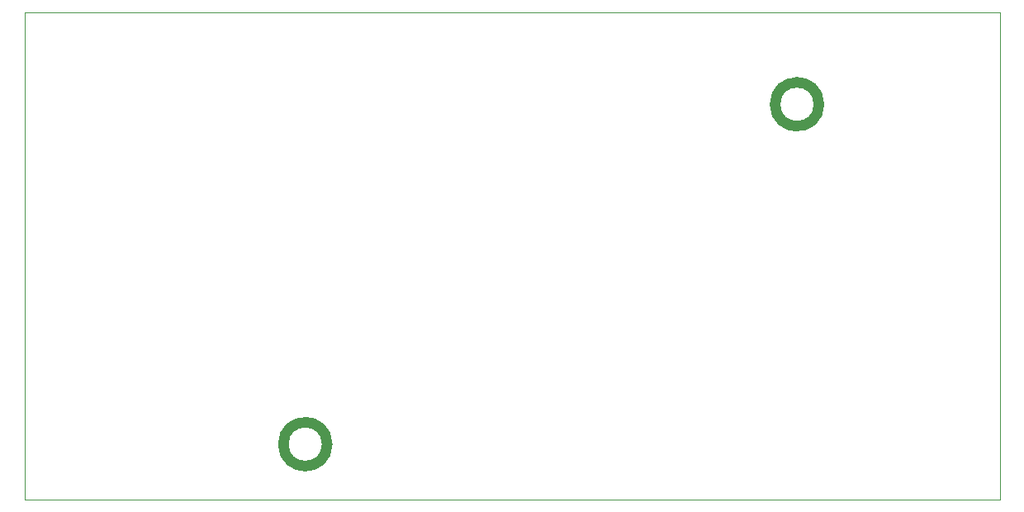
<source format=gko>
G04*
G04 #@! TF.GenerationSoftware,Altium Limited,Altium Designer,18.1.9 (240)*
G04*
G04 Layer_Color=16711935*
%FSLAX25Y25*%
%MOIN*%
G70*
G01*
G75*
%ADD17C,0.00039*%
%ADD72C,0.04331*%
D17*
X39370Y39370D02*
Y236221D01*
Y39370D02*
X433071D01*
Y236221D01*
X39370D02*
X433071D01*
D72*
X161558Y61800D02*
G03*
X161558Y61800I-8858J0D01*
G01*
X360058Y199000D02*
G03*
X360058Y199000I-8858J0D01*
G01*
M02*

</source>
